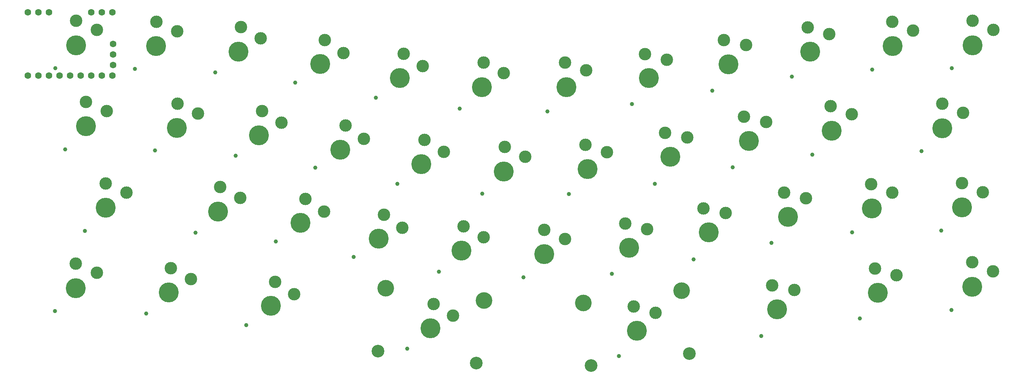
<source format=gts>
G04 #@! TF.GenerationSoftware,KiCad,Pcbnew,8.0.1*
G04 #@! TF.CreationDate,2024-06-23T14:06:00+09:00*
G04 #@! TF.ProjectId,noraneko42gr,6e6f7261-6e65-46b6-9f34-3267722e6b69,rev?*
G04 #@! TF.SameCoordinates,Original*
G04 #@! TF.FileFunction,Soldermask,Top*
G04 #@! TF.FilePolarity,Negative*
%FSLAX46Y46*%
G04 Gerber Fmt 4.6, Leading zero omitted, Abs format (unit mm)*
G04 Created by KiCad (PCBNEW 8.0.1) date 2024-06-23 14:06:00*
%MOMM*%
%LPD*%
G01*
G04 APERTURE LIST*
%ADD10C,3.000000*%
%ADD11C,4.800000*%
%ADD12C,1.000000*%
%ADD13C,3.050000*%
%ADD14C,4.000000*%
%ADD15C,1.600000*%
G04 APERTURE END LIST*
D10*
X170876450Y-144105858D03*
D11*
X165573000Y-147356000D03*
D10*
X166087219Y-141478451D03*
D12*
X160108312Y-152449102D03*
D10*
X122293647Y-116496926D03*
D11*
X116880000Y-119560000D03*
D10*
X117599029Y-113703978D03*
D12*
X111240894Y-124459284D03*
D10*
X117305365Y-96239011D03*
D11*
X111946000Y-99396100D03*
D10*
X112562718Y-93528421D03*
D12*
X106393258Y-104393054D03*
D10*
X77883400Y-94172100D03*
D11*
X72883400Y-97872100D03*
D10*
X72883400Y-91972100D03*
D12*
X67883400Y-103422100D03*
D10*
X270131814Y-153238233D03*
D11*
X265620000Y-157520000D03*
D10*
X264900971Y-151663978D03*
D12*
X261333644Y-163637978D03*
D10*
X161326281Y-123511874D03*
D11*
X155860000Y-126480000D03*
D10*
X156681121Y-120637418D03*
D12*
X150136249Y-131280122D03*
D10*
X293271880Y-152358280D03*
D11*
X288271880Y-156058280D03*
D10*
X288271880Y-150158280D03*
D12*
X283271880Y-161608280D03*
D10*
X132499129Y-137981024D03*
D11*
X126885000Y-140659000D03*
D10*
X128010773Y-134867400D03*
D12*
X120917874Y-145152986D03*
D10*
X151333011Y-141857412D03*
D11*
X145673000Y-144437000D03*
D10*
X146899679Y-138665929D03*
D12*
X139628352Y-148826161D03*
D10*
X195540077Y-103926658D03*
D11*
X190810356Y-107966427D03*
D10*
X190398793Y-102080799D03*
D12*
X186209684Y-113851690D03*
D10*
X238792143Y-116323934D03*
D11*
X234590000Y-120910000D03*
D10*
X233464227Y-115118400D03*
D12*
X230740854Y-127312076D03*
D13*
X169058214Y-174458068D03*
D14*
X170915503Y-159331665D03*
D10*
X163513647Y-162996926D03*
D11*
X158100000Y-166060000D03*
D10*
X158819029Y-160203978D03*
D12*
X152460894Y-170959284D03*
D13*
X145435615Y-171557578D03*
D14*
X147292904Y-156431175D03*
D10*
X259349505Y-114483391D03*
D11*
X254550000Y-118440000D03*
D10*
X254241218Y-112548086D03*
D12*
X249847317Y-124244074D03*
D10*
X219851465Y-120091295D03*
D11*
X215730000Y-124750000D03*
D10*
X214503321Y-118978929D03*
D12*
X211993172Y-131218278D03*
D10*
X233912499Y-97837961D03*
D11*
X229710356Y-102424027D03*
D10*
X228584583Y-96632427D03*
D12*
X225861210Y-108826103D03*
D10*
X137190129Y-99737624D03*
D11*
X131576000Y-102415600D03*
D10*
X132701773Y-96624000D03*
D12*
X125608874Y-106909586D03*
D10*
X97192812Y-94482326D03*
D11*
X92129000Y-98094500D03*
D10*
X92231969Y-92195399D03*
D12*
X87032901Y-103556393D03*
D10*
X156254249Y-102922725D03*
D11*
X150737000Y-105795000D03*
D10*
X151659963Y-99967639D03*
D12*
X144930347Y-110494498D03*
D10*
X269067826Y-133337756D03*
D11*
X264200000Y-137210000D03*
D10*
X263994093Y-131313594D03*
D12*
X259396738Y-142931117D03*
D10*
X190410000Y-144520000D03*
D11*
X185410000Y-148220000D03*
D10*
X185410000Y-142320000D03*
D12*
X180410000Y-153770000D03*
D10*
X85027300Y-133331000D03*
D11*
X80027300Y-137031000D03*
D10*
X80027300Y-131131000D03*
D12*
X75027300Y-142581000D03*
D10*
X142094011Y-120429412D03*
D11*
X136434000Y-123009000D03*
D10*
X137660679Y-117237929D03*
D12*
X130389352Y-127398161D03*
D10*
X210159634Y-142193381D03*
D11*
X205800000Y-146630000D03*
D10*
X204877037Y-140802639D03*
D12*
X201729770Y-152893843D03*
D10*
X293402956Y-94180527D03*
D11*
X288402956Y-97880527D03*
D10*
X288402956Y-91980527D03*
D12*
X283402956Y-103430527D03*
D10*
X290820000Y-133260000D03*
D11*
X285820000Y-136960000D03*
D10*
X285820000Y-131060000D03*
D12*
X280820000Y-142510000D03*
D10*
X200498497Y-123598301D03*
D11*
X195840000Y-127720000D03*
D10*
X195325781Y-121842451D03*
D12*
X191342741Y-133684659D03*
D10*
X112366450Y-134659858D03*
D11*
X107063000Y-137910000D03*
D10*
X107577219Y-132032451D03*
D12*
X101598312Y-143003102D03*
D10*
X248360752Y-134735505D03*
D11*
X244040000Y-139210000D03*
D10*
X243066219Y-133390915D03*
D12*
X240024586Y-145509123D03*
D10*
X102225082Y-114302751D03*
D11*
X97099000Y-117826000D03*
D10*
X97304907Y-111929594D03*
D12*
X91908354Y-123198122D03*
D10*
X253926210Y-95202154D03*
D11*
X249340356Y-99404527D03*
D10*
X248723638Y-93536848D03*
D12*
X244947878Y-105446766D03*
D10*
X229070652Y-138275507D03*
D11*
X224990000Y-142970000D03*
D10*
X223713006Y-137209854D03*
D12*
X221309760Y-149470641D03*
D10*
X286074480Y-114133180D03*
D11*
X281074480Y-117833180D03*
D10*
X281074480Y-111933180D03*
D12*
X276074480Y-123383180D03*
D10*
X77870000Y-152660000D03*
D11*
X72870000Y-156360000D03*
D10*
X72870000Y-150460000D03*
D12*
X67870000Y-161910000D03*
D10*
X274092021Y-94316228D03*
D11*
X269157356Y-98102927D03*
D10*
X269054387Y-92203826D03*
D12*
X264254978Y-103739344D03*
D10*
X180866082Y-124736751D03*
D11*
X175740000Y-128260000D03*
D10*
X175945907Y-122363594D03*
D12*
X170549354Y-133632122D03*
D10*
X80264400Y-113702000D03*
D11*
X75264400Y-117402000D03*
D10*
X75264400Y-111502000D03*
D12*
X70264400Y-122952000D03*
D10*
X245551962Y-156847439D03*
D11*
X241390000Y-161470000D03*
D10*
X240213729Y-155688444D03*
D12*
X237596869Y-167905422D03*
D10*
X125296537Y-157874452D03*
D11*
X119730000Y-160650000D03*
D10*
X120754524Y-154839634D03*
D12*
X113842214Y-165247442D03*
D10*
X100513450Y-154189858D03*
D11*
X95210000Y-157440000D03*
D10*
X95724219Y-151562451D03*
D12*
X89745312Y-162533102D03*
D13*
X220344384Y-172137578D03*
D14*
X218487095Y-157011175D03*
D10*
X212191813Y-162358233D03*
D11*
X207679999Y-166640000D03*
D10*
X206960970Y-160783978D03*
D12*
X203393643Y-172757978D03*
D13*
X196721785Y-175038068D03*
D14*
X194864496Y-159911665D03*
D10*
X214908990Y-101366808D03*
D11*
X210549356Y-105803427D03*
D10*
X209626393Y-99976066D03*
D12*
X206479126Y-112067270D03*
D10*
X175721919Y-104615795D03*
D11*
X170476000Y-107958000D03*
D10*
X170887563Y-102072372D03*
D12*
X165101031Y-113145698D03*
D15*
X61286082Y-105152100D03*
X63826082Y-105152100D03*
X66366082Y-105152100D03*
X68906082Y-105152100D03*
X71446082Y-105152100D03*
X73986082Y-105152100D03*
X76526082Y-105152100D03*
X79066082Y-105152100D03*
X81606082Y-105152100D03*
X81816082Y-102612100D03*
X81816082Y-100072100D03*
X81816082Y-97532100D03*
X81606082Y-89912100D03*
X79066082Y-89912100D03*
X76526082Y-89912100D03*
X66366082Y-89912100D03*
X63826082Y-89912100D03*
X61286082Y-89912100D03*
M02*

</source>
